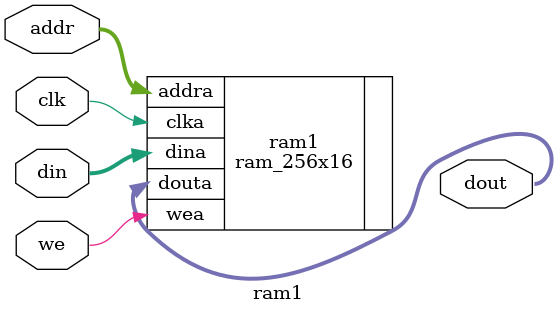
<source format=v>
`timescale 1ns / 1ps

/**********************************************************************************
 Author:    Poff, Samuel
 Email:     spoff42@gmail.com
 File Name: ram1.v
 Date:      11 Oct, 2016
 Version:   1.0
  
 Notes: This module creates a 256 x 16 ram module.
 
 The inputs follow:
   Clock       (clk) : Linked to Nexys3 onboard oscillator.
   Write Enable (we) : Linked to BTNR on Nexys3.
   Address    (addr) : Linked to address sequencer (addr_seqr.v). 
   Data In     (din) : Linked to Nexys3 onboard dip switches. First eight bits
                       are set to 8'hFF and will stay that way by default. This
                       means that when any address is written to, the segments 
                       will display FFxx (where the 'xx' sybolizes the value given 
                       by the dip switches).
                       
 The output follows:
   Data Out   (dout) : Linked to the four-to-one multiplexer (Mux4to1.v) which
                       is responsible for passing on the correct four bits to
                       the seven segment decoder.

 	This module was created using the Coregen core generating utility; a program
which allows us to easily create memory modules given some basic desirable values,
as directed by the project's specifications.
***********************************************************************************/

module ram1(
     input        clk, // Clock
     input         we, // Write Enable
     input [7:0] addr, // Address
     input [15:0] din, // Data In
     
     output [15:0]dout // Data Out
     );
    
     ram_256x16 ram1 (
     .clka(clk),       // input clka
     .wea(we),         // input [0 : 0] wea
     .addra(addr),     // input [7 : 0] addra
     .dina(din),       // input [15 : 0] dina
     .douta(dout)      // output [15 : 0] douta
     );

endmodule

</source>
